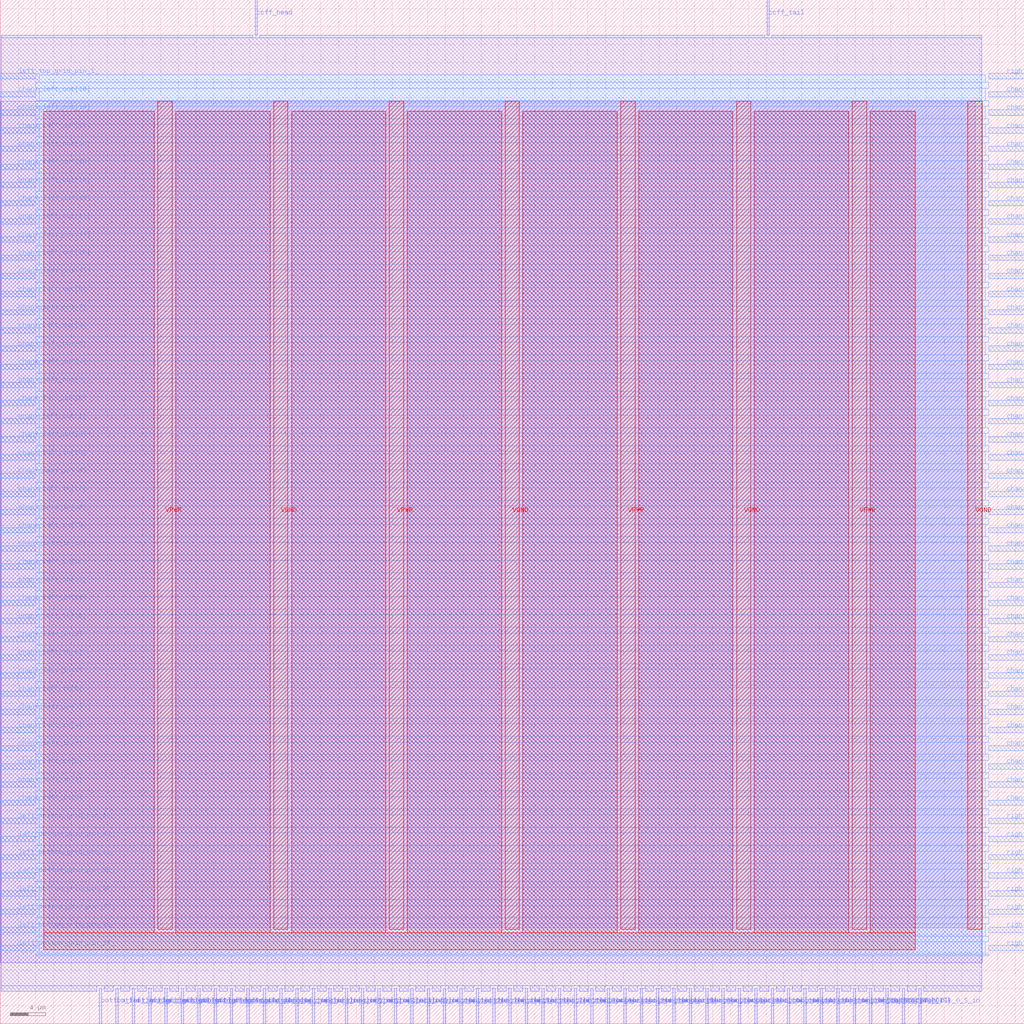
<source format=lef>
VERSION 5.7 ;
  NOWIREEXTENSIONATPIN ON ;
  DIVIDERCHAR "/" ;
  BUSBITCHARS "[]" ;
MACRO sb_1__2_
  CLASS BLOCK ;
  FOREIGN sb_1__2_ ;
  ORIGIN 0.000 0.000 ;
  SIZE 115.000 BY 115.000 ;
  PIN SC_IN_BOT
    DIRECTION INPUT ;
    USE SIGNAL ;
    PORT
      LAYER met2 ;
        RECT 99.450 0.000 99.730 4.000 ;
    END
  END SC_IN_BOT
  PIN SC_OUT_BOT
    DIRECTION OUTPUT TRISTATE ;
    USE SIGNAL ;
    PORT
      LAYER met2 ;
        RECT 101.290 0.000 101.570 4.000 ;
    END
  END SC_OUT_BOT
  PIN VGND
    DIRECTION INOUT ;
    USE GROUND ;
    PORT
      LAYER met4 ;
        RECT 30.710 10.640 32.310 103.600 ;
    END
    PORT
      LAYER met4 ;
        RECT 56.700 10.640 58.300 103.600 ;
    END
    PORT
      LAYER met4 ;
        RECT 82.690 10.640 84.290 103.600 ;
    END
    PORT
      LAYER met4 ;
        RECT 108.680 10.640 110.280 103.600 ;
    END
  END VGND
  PIN VPWR
    DIRECTION INOUT ;
    USE POWER ;
    PORT
      LAYER met4 ;
        RECT 17.715 10.640 19.315 103.600 ;
    END
    PORT
      LAYER met4 ;
        RECT 43.705 10.640 45.305 103.600 ;
    END
    PORT
      LAYER met4 ;
        RECT 69.695 10.640 71.295 103.600 ;
    END
    PORT
      LAYER met4 ;
        RECT 95.685 10.640 97.285 103.600 ;
    END
  END VPWR
  PIN bottom_left_grid_pin_42_
    DIRECTION INPUT ;
    USE SIGNAL ;
    PORT
      LAYER met2 ;
        RECT 11.130 0.000 11.410 4.000 ;
    END
  END bottom_left_grid_pin_42_
  PIN bottom_left_grid_pin_43_
    DIRECTION INPUT ;
    USE SIGNAL ;
    PORT
      LAYER met2 ;
        RECT 12.970 0.000 13.250 4.000 ;
    END
  END bottom_left_grid_pin_43_
  PIN bottom_left_grid_pin_44_
    DIRECTION INPUT ;
    USE SIGNAL ;
    PORT
      LAYER met2 ;
        RECT 14.810 0.000 15.090 4.000 ;
    END
  END bottom_left_grid_pin_44_
  PIN bottom_left_grid_pin_45_
    DIRECTION INPUT ;
    USE SIGNAL ;
    PORT
      LAYER met2 ;
        RECT 16.650 0.000 16.930 4.000 ;
    END
  END bottom_left_grid_pin_45_
  PIN bottom_left_grid_pin_46_
    DIRECTION INPUT ;
    USE SIGNAL ;
    PORT
      LAYER met2 ;
        RECT 18.490 0.000 18.770 4.000 ;
    END
  END bottom_left_grid_pin_46_
  PIN bottom_left_grid_pin_47_
    DIRECTION INPUT ;
    USE SIGNAL ;
    PORT
      LAYER met2 ;
        RECT 20.330 0.000 20.610 4.000 ;
    END
  END bottom_left_grid_pin_47_
  PIN bottom_left_grid_pin_48_
    DIRECTION INPUT ;
    USE SIGNAL ;
    PORT
      LAYER met2 ;
        RECT 22.170 0.000 22.450 4.000 ;
    END
  END bottom_left_grid_pin_48_
  PIN bottom_left_grid_pin_49_
    DIRECTION INPUT ;
    USE SIGNAL ;
    PORT
      LAYER met2 ;
        RECT 24.010 0.000 24.290 4.000 ;
    END
  END bottom_left_grid_pin_49_
  PIN ccff_head
    DIRECTION INPUT ;
    USE SIGNAL ;
    PORT
      LAYER met2 ;
        RECT 28.610 111.000 28.890 115.000 ;
    END
  END ccff_head
  PIN ccff_tail
    DIRECTION OUTPUT TRISTATE ;
    USE SIGNAL ;
    PORT
      LAYER met2 ;
        RECT 86.110 111.000 86.390 115.000 ;
    END
  END ccff_tail
  PIN chanx_left_in[0]
    DIRECTION INPUT ;
    USE SIGNAL ;
    PORT
      LAYER met3 ;
        RECT 0.000 24.520 4.000 25.120 ;
    END
  END chanx_left_in[0]
  PIN chanx_left_in[10]
    DIRECTION INPUT ;
    USE SIGNAL ;
    PORT
      LAYER met3 ;
        RECT 0.000 44.920 4.000 45.520 ;
    END
  END chanx_left_in[10]
  PIN chanx_left_in[11]
    DIRECTION INPUT ;
    USE SIGNAL ;
    PORT
      LAYER met3 ;
        RECT 0.000 46.960 4.000 47.560 ;
    END
  END chanx_left_in[11]
  PIN chanx_left_in[12]
    DIRECTION INPUT ;
    USE SIGNAL ;
    PORT
      LAYER met3 ;
        RECT 0.000 49.000 4.000 49.600 ;
    END
  END chanx_left_in[12]
  PIN chanx_left_in[13]
    DIRECTION INPUT ;
    USE SIGNAL ;
    PORT
      LAYER met3 ;
        RECT 0.000 51.040 4.000 51.640 ;
    END
  END chanx_left_in[13]
  PIN chanx_left_in[14]
    DIRECTION INPUT ;
    USE SIGNAL ;
    PORT
      LAYER met3 ;
        RECT 0.000 53.080 4.000 53.680 ;
    END
  END chanx_left_in[14]
  PIN chanx_left_in[15]
    DIRECTION INPUT ;
    USE SIGNAL ;
    PORT
      LAYER met3 ;
        RECT 0.000 55.120 4.000 55.720 ;
    END
  END chanx_left_in[15]
  PIN chanx_left_in[16]
    DIRECTION INPUT ;
    USE SIGNAL ;
    PORT
      LAYER met3 ;
        RECT 0.000 57.160 4.000 57.760 ;
    END
  END chanx_left_in[16]
  PIN chanx_left_in[17]
    DIRECTION INPUT ;
    USE SIGNAL ;
    PORT
      LAYER met3 ;
        RECT 0.000 59.200 4.000 59.800 ;
    END
  END chanx_left_in[17]
  PIN chanx_left_in[18]
    DIRECTION INPUT ;
    USE SIGNAL ;
    PORT
      LAYER met3 ;
        RECT 0.000 61.240 4.000 61.840 ;
    END
  END chanx_left_in[18]
  PIN chanx_left_in[19]
    DIRECTION INPUT ;
    USE SIGNAL ;
    PORT
      LAYER met3 ;
        RECT 0.000 63.280 4.000 63.880 ;
    END
  END chanx_left_in[19]
  PIN chanx_left_in[1]
    DIRECTION INPUT ;
    USE SIGNAL ;
    PORT
      LAYER met3 ;
        RECT 0.000 26.560 4.000 27.160 ;
    END
  END chanx_left_in[1]
  PIN chanx_left_in[2]
    DIRECTION INPUT ;
    USE SIGNAL ;
    PORT
      LAYER met3 ;
        RECT 0.000 28.600 4.000 29.200 ;
    END
  END chanx_left_in[2]
  PIN chanx_left_in[3]
    DIRECTION INPUT ;
    USE SIGNAL ;
    PORT
      LAYER met3 ;
        RECT 0.000 30.640 4.000 31.240 ;
    END
  END chanx_left_in[3]
  PIN chanx_left_in[4]
    DIRECTION INPUT ;
    USE SIGNAL ;
    PORT
      LAYER met3 ;
        RECT 0.000 32.680 4.000 33.280 ;
    END
  END chanx_left_in[4]
  PIN chanx_left_in[5]
    DIRECTION INPUT ;
    USE SIGNAL ;
    PORT
      LAYER met3 ;
        RECT 0.000 34.720 4.000 35.320 ;
    END
  END chanx_left_in[5]
  PIN chanx_left_in[6]
    DIRECTION INPUT ;
    USE SIGNAL ;
    PORT
      LAYER met3 ;
        RECT 0.000 36.760 4.000 37.360 ;
    END
  END chanx_left_in[6]
  PIN chanx_left_in[7]
    DIRECTION INPUT ;
    USE SIGNAL ;
    PORT
      LAYER met3 ;
        RECT 0.000 38.800 4.000 39.400 ;
    END
  END chanx_left_in[7]
  PIN chanx_left_in[8]
    DIRECTION INPUT ;
    USE SIGNAL ;
    PORT
      LAYER met3 ;
        RECT 0.000 40.840 4.000 41.440 ;
    END
  END chanx_left_in[8]
  PIN chanx_left_in[9]
    DIRECTION INPUT ;
    USE SIGNAL ;
    PORT
      LAYER met3 ;
        RECT 0.000 42.880 4.000 43.480 ;
    END
  END chanx_left_in[9]
  PIN chanx_left_out[0]
    DIRECTION OUTPUT TRISTATE ;
    USE SIGNAL ;
    PORT
      LAYER met3 ;
        RECT 0.000 65.320 4.000 65.920 ;
    END
  END chanx_left_out[0]
  PIN chanx_left_out[10]
    DIRECTION OUTPUT TRISTATE ;
    USE SIGNAL ;
    PORT
      LAYER met3 ;
        RECT 0.000 85.720 4.000 86.320 ;
    END
  END chanx_left_out[10]
  PIN chanx_left_out[11]
    DIRECTION OUTPUT TRISTATE ;
    USE SIGNAL ;
    PORT
      LAYER met3 ;
        RECT 0.000 87.760 4.000 88.360 ;
    END
  END chanx_left_out[11]
  PIN chanx_left_out[12]
    DIRECTION OUTPUT TRISTATE ;
    USE SIGNAL ;
    PORT
      LAYER met3 ;
        RECT 0.000 89.800 4.000 90.400 ;
    END
  END chanx_left_out[12]
  PIN chanx_left_out[13]
    DIRECTION OUTPUT TRISTATE ;
    USE SIGNAL ;
    PORT
      LAYER met3 ;
        RECT 0.000 91.840 4.000 92.440 ;
    END
  END chanx_left_out[13]
  PIN chanx_left_out[14]
    DIRECTION OUTPUT TRISTATE ;
    USE SIGNAL ;
    PORT
      LAYER met3 ;
        RECT 0.000 93.880 4.000 94.480 ;
    END
  END chanx_left_out[14]
  PIN chanx_left_out[15]
    DIRECTION OUTPUT TRISTATE ;
    USE SIGNAL ;
    PORT
      LAYER met3 ;
        RECT 0.000 95.920 4.000 96.520 ;
    END
  END chanx_left_out[15]
  PIN chanx_left_out[16]
    DIRECTION OUTPUT TRISTATE ;
    USE SIGNAL ;
    PORT
      LAYER met3 ;
        RECT 0.000 97.960 4.000 98.560 ;
    END
  END chanx_left_out[16]
  PIN chanx_left_out[17]
    DIRECTION OUTPUT TRISTATE ;
    USE SIGNAL ;
    PORT
      LAYER met3 ;
        RECT 0.000 100.000 4.000 100.600 ;
    END
  END chanx_left_out[17]
  PIN chanx_left_out[18]
    DIRECTION OUTPUT TRISTATE ;
    USE SIGNAL ;
    PORT
      LAYER met3 ;
        RECT 0.000 102.040 4.000 102.640 ;
    END
  END chanx_left_out[18]
  PIN chanx_left_out[19]
    DIRECTION OUTPUT TRISTATE ;
    USE SIGNAL ;
    PORT
      LAYER met3 ;
        RECT 0.000 104.080 4.000 104.680 ;
    END
  END chanx_left_out[19]
  PIN chanx_left_out[1]
    DIRECTION OUTPUT TRISTATE ;
    USE SIGNAL ;
    PORT
      LAYER met3 ;
        RECT 0.000 67.360 4.000 67.960 ;
    END
  END chanx_left_out[1]
  PIN chanx_left_out[2]
    DIRECTION OUTPUT TRISTATE ;
    USE SIGNAL ;
    PORT
      LAYER met3 ;
        RECT 0.000 69.400 4.000 70.000 ;
    END
  END chanx_left_out[2]
  PIN chanx_left_out[3]
    DIRECTION OUTPUT TRISTATE ;
    USE SIGNAL ;
    PORT
      LAYER met3 ;
        RECT 0.000 71.440 4.000 72.040 ;
    END
  END chanx_left_out[3]
  PIN chanx_left_out[4]
    DIRECTION OUTPUT TRISTATE ;
    USE SIGNAL ;
    PORT
      LAYER met3 ;
        RECT 0.000 73.480 4.000 74.080 ;
    END
  END chanx_left_out[4]
  PIN chanx_left_out[5]
    DIRECTION OUTPUT TRISTATE ;
    USE SIGNAL ;
    PORT
      LAYER met3 ;
        RECT 0.000 75.520 4.000 76.120 ;
    END
  END chanx_left_out[5]
  PIN chanx_left_out[6]
    DIRECTION OUTPUT TRISTATE ;
    USE SIGNAL ;
    PORT
      LAYER met3 ;
        RECT 0.000 77.560 4.000 78.160 ;
    END
  END chanx_left_out[6]
  PIN chanx_left_out[7]
    DIRECTION OUTPUT TRISTATE ;
    USE SIGNAL ;
    PORT
      LAYER met3 ;
        RECT 0.000 79.600 4.000 80.200 ;
    END
  END chanx_left_out[7]
  PIN chanx_left_out[8]
    DIRECTION OUTPUT TRISTATE ;
    USE SIGNAL ;
    PORT
      LAYER met3 ;
        RECT 0.000 81.640 4.000 82.240 ;
    END
  END chanx_left_out[8]
  PIN chanx_left_out[9]
    DIRECTION OUTPUT TRISTATE ;
    USE SIGNAL ;
    PORT
      LAYER met3 ;
        RECT 0.000 83.680 4.000 84.280 ;
    END
  END chanx_left_out[9]
  PIN chanx_right_in[0]
    DIRECTION INPUT ;
    USE SIGNAL ;
    PORT
      LAYER met3 ;
        RECT 111.000 24.520 115.000 25.120 ;
    END
  END chanx_right_in[0]
  PIN chanx_right_in[10]
    DIRECTION INPUT ;
    USE SIGNAL ;
    PORT
      LAYER met3 ;
        RECT 111.000 44.920 115.000 45.520 ;
    END
  END chanx_right_in[10]
  PIN chanx_right_in[11]
    DIRECTION INPUT ;
    USE SIGNAL ;
    PORT
      LAYER met3 ;
        RECT 111.000 46.960 115.000 47.560 ;
    END
  END chanx_right_in[11]
  PIN chanx_right_in[12]
    DIRECTION INPUT ;
    USE SIGNAL ;
    PORT
      LAYER met3 ;
        RECT 111.000 49.000 115.000 49.600 ;
    END
  END chanx_right_in[12]
  PIN chanx_right_in[13]
    DIRECTION INPUT ;
    USE SIGNAL ;
    PORT
      LAYER met3 ;
        RECT 111.000 51.040 115.000 51.640 ;
    END
  END chanx_right_in[13]
  PIN chanx_right_in[14]
    DIRECTION INPUT ;
    USE SIGNAL ;
    PORT
      LAYER met3 ;
        RECT 111.000 53.080 115.000 53.680 ;
    END
  END chanx_right_in[14]
  PIN chanx_right_in[15]
    DIRECTION INPUT ;
    USE SIGNAL ;
    PORT
      LAYER met3 ;
        RECT 111.000 55.120 115.000 55.720 ;
    END
  END chanx_right_in[15]
  PIN chanx_right_in[16]
    DIRECTION INPUT ;
    USE SIGNAL ;
    PORT
      LAYER met3 ;
        RECT 111.000 57.160 115.000 57.760 ;
    END
  END chanx_right_in[16]
  PIN chanx_right_in[17]
    DIRECTION INPUT ;
    USE SIGNAL ;
    PORT
      LAYER met3 ;
        RECT 111.000 59.200 115.000 59.800 ;
    END
  END chanx_right_in[17]
  PIN chanx_right_in[18]
    DIRECTION INPUT ;
    USE SIGNAL ;
    PORT
      LAYER met3 ;
        RECT 111.000 61.240 115.000 61.840 ;
    END
  END chanx_right_in[18]
  PIN chanx_right_in[19]
    DIRECTION INPUT ;
    USE SIGNAL ;
    PORT
      LAYER met3 ;
        RECT 111.000 63.280 115.000 63.880 ;
    END
  END chanx_right_in[19]
  PIN chanx_right_in[1]
    DIRECTION INPUT ;
    USE SIGNAL ;
    PORT
      LAYER met3 ;
        RECT 111.000 26.560 115.000 27.160 ;
    END
  END chanx_right_in[1]
  PIN chanx_right_in[2]
    DIRECTION INPUT ;
    USE SIGNAL ;
    PORT
      LAYER met3 ;
        RECT 111.000 28.600 115.000 29.200 ;
    END
  END chanx_right_in[2]
  PIN chanx_right_in[3]
    DIRECTION INPUT ;
    USE SIGNAL ;
    PORT
      LAYER met3 ;
        RECT 111.000 30.640 115.000 31.240 ;
    END
  END chanx_right_in[3]
  PIN chanx_right_in[4]
    DIRECTION INPUT ;
    USE SIGNAL ;
    PORT
      LAYER met3 ;
        RECT 111.000 32.680 115.000 33.280 ;
    END
  END chanx_right_in[4]
  PIN chanx_right_in[5]
    DIRECTION INPUT ;
    USE SIGNAL ;
    PORT
      LAYER met3 ;
        RECT 111.000 34.720 115.000 35.320 ;
    END
  END chanx_right_in[5]
  PIN chanx_right_in[6]
    DIRECTION INPUT ;
    USE SIGNAL ;
    PORT
      LAYER met3 ;
        RECT 111.000 36.760 115.000 37.360 ;
    END
  END chanx_right_in[6]
  PIN chanx_right_in[7]
    DIRECTION INPUT ;
    USE SIGNAL ;
    PORT
      LAYER met3 ;
        RECT 111.000 38.800 115.000 39.400 ;
    END
  END chanx_right_in[7]
  PIN chanx_right_in[8]
    DIRECTION INPUT ;
    USE SIGNAL ;
    PORT
      LAYER met3 ;
        RECT 111.000 40.840 115.000 41.440 ;
    END
  END chanx_right_in[8]
  PIN chanx_right_in[9]
    DIRECTION INPUT ;
    USE SIGNAL ;
    PORT
      LAYER met3 ;
        RECT 111.000 42.880 115.000 43.480 ;
    END
  END chanx_right_in[9]
  PIN chanx_right_out[0]
    DIRECTION OUTPUT TRISTATE ;
    USE SIGNAL ;
    PORT
      LAYER met3 ;
        RECT 111.000 65.320 115.000 65.920 ;
    END
  END chanx_right_out[0]
  PIN chanx_right_out[10]
    DIRECTION OUTPUT TRISTATE ;
    USE SIGNAL ;
    PORT
      LAYER met3 ;
        RECT 111.000 85.720 115.000 86.320 ;
    END
  END chanx_right_out[10]
  PIN chanx_right_out[11]
    DIRECTION OUTPUT TRISTATE ;
    USE SIGNAL ;
    PORT
      LAYER met3 ;
        RECT 111.000 87.760 115.000 88.360 ;
    END
  END chanx_right_out[11]
  PIN chanx_right_out[12]
    DIRECTION OUTPUT TRISTATE ;
    USE SIGNAL ;
    PORT
      LAYER met3 ;
        RECT 111.000 89.800 115.000 90.400 ;
    END
  END chanx_right_out[12]
  PIN chanx_right_out[13]
    DIRECTION OUTPUT TRISTATE ;
    USE SIGNAL ;
    PORT
      LAYER met3 ;
        RECT 111.000 91.840 115.000 92.440 ;
    END
  END chanx_right_out[13]
  PIN chanx_right_out[14]
    DIRECTION OUTPUT TRISTATE ;
    USE SIGNAL ;
    PORT
      LAYER met3 ;
        RECT 111.000 93.880 115.000 94.480 ;
    END
  END chanx_right_out[14]
  PIN chanx_right_out[15]
    DIRECTION OUTPUT TRISTATE ;
    USE SIGNAL ;
    PORT
      LAYER met3 ;
        RECT 111.000 95.920 115.000 96.520 ;
    END
  END chanx_right_out[15]
  PIN chanx_right_out[16]
    DIRECTION OUTPUT TRISTATE ;
    USE SIGNAL ;
    PORT
      LAYER met3 ;
        RECT 111.000 97.960 115.000 98.560 ;
    END
  END chanx_right_out[16]
  PIN chanx_right_out[17]
    DIRECTION OUTPUT TRISTATE ;
    USE SIGNAL ;
    PORT
      LAYER met3 ;
        RECT 111.000 100.000 115.000 100.600 ;
    END
  END chanx_right_out[17]
  PIN chanx_right_out[18]
    DIRECTION OUTPUT TRISTATE ;
    USE SIGNAL ;
    PORT
      LAYER met3 ;
        RECT 111.000 102.040 115.000 102.640 ;
    END
  END chanx_right_out[18]
  PIN chanx_right_out[19]
    DIRECTION OUTPUT TRISTATE ;
    USE SIGNAL ;
    PORT
      LAYER met3 ;
        RECT 111.000 104.080 115.000 104.680 ;
    END
  END chanx_right_out[19]
  PIN chanx_right_out[1]
    DIRECTION OUTPUT TRISTATE ;
    USE SIGNAL ;
    PORT
      LAYER met3 ;
        RECT 111.000 67.360 115.000 67.960 ;
    END
  END chanx_right_out[1]
  PIN chanx_right_out[2]
    DIRECTION OUTPUT TRISTATE ;
    USE SIGNAL ;
    PORT
      LAYER met3 ;
        RECT 111.000 69.400 115.000 70.000 ;
    END
  END chanx_right_out[2]
  PIN chanx_right_out[3]
    DIRECTION OUTPUT TRISTATE ;
    USE SIGNAL ;
    PORT
      LAYER met3 ;
        RECT 111.000 71.440 115.000 72.040 ;
    END
  END chanx_right_out[3]
  PIN chanx_right_out[4]
    DIRECTION OUTPUT TRISTATE ;
    USE SIGNAL ;
    PORT
      LAYER met3 ;
        RECT 111.000 73.480 115.000 74.080 ;
    END
  END chanx_right_out[4]
  PIN chanx_right_out[5]
    DIRECTION OUTPUT TRISTATE ;
    USE SIGNAL ;
    PORT
      LAYER met3 ;
        RECT 111.000 75.520 115.000 76.120 ;
    END
  END chanx_right_out[5]
  PIN chanx_right_out[6]
    DIRECTION OUTPUT TRISTATE ;
    USE SIGNAL ;
    PORT
      LAYER met3 ;
        RECT 111.000 77.560 115.000 78.160 ;
    END
  END chanx_right_out[6]
  PIN chanx_right_out[7]
    DIRECTION OUTPUT TRISTATE ;
    USE SIGNAL ;
    PORT
      LAYER met3 ;
        RECT 111.000 79.600 115.000 80.200 ;
    END
  END chanx_right_out[7]
  PIN chanx_right_out[8]
    DIRECTION OUTPUT TRISTATE ;
    USE SIGNAL ;
    PORT
      LAYER met3 ;
        RECT 111.000 81.640 115.000 82.240 ;
    END
  END chanx_right_out[8]
  PIN chanx_right_out[9]
    DIRECTION OUTPUT TRISTATE ;
    USE SIGNAL ;
    PORT
      LAYER met3 ;
        RECT 111.000 83.680 115.000 84.280 ;
    END
  END chanx_right_out[9]
  PIN chany_bottom_in[0]
    DIRECTION INPUT ;
    USE SIGNAL ;
    PORT
      LAYER met2 ;
        RECT 25.850 0.000 26.130 4.000 ;
    END
  END chany_bottom_in[0]
  PIN chany_bottom_in[10]
    DIRECTION INPUT ;
    USE SIGNAL ;
    PORT
      LAYER met2 ;
        RECT 44.250 0.000 44.530 4.000 ;
    END
  END chany_bottom_in[10]
  PIN chany_bottom_in[11]
    DIRECTION INPUT ;
    USE SIGNAL ;
    PORT
      LAYER met2 ;
        RECT 46.090 0.000 46.370 4.000 ;
    END
  END chany_bottom_in[11]
  PIN chany_bottom_in[12]
    DIRECTION INPUT ;
    USE SIGNAL ;
    PORT
      LAYER met2 ;
        RECT 47.930 0.000 48.210 4.000 ;
    END
  END chany_bottom_in[12]
  PIN chany_bottom_in[13]
    DIRECTION INPUT ;
    USE SIGNAL ;
    PORT
      LAYER met2 ;
        RECT 49.770 0.000 50.050 4.000 ;
    END
  END chany_bottom_in[13]
  PIN chany_bottom_in[14]
    DIRECTION INPUT ;
    USE SIGNAL ;
    PORT
      LAYER met2 ;
        RECT 51.610 0.000 51.890 4.000 ;
    END
  END chany_bottom_in[14]
  PIN chany_bottom_in[15]
    DIRECTION INPUT ;
    USE SIGNAL ;
    PORT
      LAYER met2 ;
        RECT 53.450 0.000 53.730 4.000 ;
    END
  END chany_bottom_in[15]
  PIN chany_bottom_in[16]
    DIRECTION INPUT ;
    USE SIGNAL ;
    PORT
      LAYER met2 ;
        RECT 55.290 0.000 55.570 4.000 ;
    END
  END chany_bottom_in[16]
  PIN chany_bottom_in[17]
    DIRECTION INPUT ;
    USE SIGNAL ;
    PORT
      LAYER met2 ;
        RECT 57.130 0.000 57.410 4.000 ;
    END
  END chany_bottom_in[17]
  PIN chany_bottom_in[18]
    DIRECTION INPUT ;
    USE SIGNAL ;
    PORT
      LAYER met2 ;
        RECT 58.970 0.000 59.250 4.000 ;
    END
  END chany_bottom_in[18]
  PIN chany_bottom_in[19]
    DIRECTION INPUT ;
    USE SIGNAL ;
    PORT
      LAYER met2 ;
        RECT 60.810 0.000 61.090 4.000 ;
    END
  END chany_bottom_in[19]
  PIN chany_bottom_in[1]
    DIRECTION INPUT ;
    USE SIGNAL ;
    PORT
      LAYER met2 ;
        RECT 27.690 0.000 27.970 4.000 ;
    END
  END chany_bottom_in[1]
  PIN chany_bottom_in[2]
    DIRECTION INPUT ;
    USE SIGNAL ;
    PORT
      LAYER met2 ;
        RECT 29.530 0.000 29.810 4.000 ;
    END
  END chany_bottom_in[2]
  PIN chany_bottom_in[3]
    DIRECTION INPUT ;
    USE SIGNAL ;
    PORT
      LAYER met2 ;
        RECT 31.370 0.000 31.650 4.000 ;
    END
  END chany_bottom_in[3]
  PIN chany_bottom_in[4]
    DIRECTION INPUT ;
    USE SIGNAL ;
    PORT
      LAYER met2 ;
        RECT 33.210 0.000 33.490 4.000 ;
    END
  END chany_bottom_in[4]
  PIN chany_bottom_in[5]
    DIRECTION INPUT ;
    USE SIGNAL ;
    PORT
      LAYER met2 ;
        RECT 35.050 0.000 35.330 4.000 ;
    END
  END chany_bottom_in[5]
  PIN chany_bottom_in[6]
    DIRECTION INPUT ;
    USE SIGNAL ;
    PORT
      LAYER met2 ;
        RECT 36.890 0.000 37.170 4.000 ;
    END
  END chany_bottom_in[6]
  PIN chany_bottom_in[7]
    DIRECTION INPUT ;
    USE SIGNAL ;
    PORT
      LAYER met2 ;
        RECT 38.730 0.000 39.010 4.000 ;
    END
  END chany_bottom_in[7]
  PIN chany_bottom_in[8]
    DIRECTION INPUT ;
    USE SIGNAL ;
    PORT
      LAYER met2 ;
        RECT 40.570 0.000 40.850 4.000 ;
    END
  END chany_bottom_in[8]
  PIN chany_bottom_in[9]
    DIRECTION INPUT ;
    USE SIGNAL ;
    PORT
      LAYER met2 ;
        RECT 42.410 0.000 42.690 4.000 ;
    END
  END chany_bottom_in[9]
  PIN chany_bottom_out[0]
    DIRECTION OUTPUT TRISTATE ;
    USE SIGNAL ;
    PORT
      LAYER met2 ;
        RECT 62.650 0.000 62.930 4.000 ;
    END
  END chany_bottom_out[0]
  PIN chany_bottom_out[10]
    DIRECTION OUTPUT TRISTATE ;
    USE SIGNAL ;
    PORT
      LAYER met2 ;
        RECT 81.050 0.000 81.330 4.000 ;
    END
  END chany_bottom_out[10]
  PIN chany_bottom_out[11]
    DIRECTION OUTPUT TRISTATE ;
    USE SIGNAL ;
    PORT
      LAYER met2 ;
        RECT 82.890 0.000 83.170 4.000 ;
    END
  END chany_bottom_out[11]
  PIN chany_bottom_out[12]
    DIRECTION OUTPUT TRISTATE ;
    USE SIGNAL ;
    PORT
      LAYER met2 ;
        RECT 84.730 0.000 85.010 4.000 ;
    END
  END chany_bottom_out[12]
  PIN chany_bottom_out[13]
    DIRECTION OUTPUT TRISTATE ;
    USE SIGNAL ;
    PORT
      LAYER met2 ;
        RECT 86.570 0.000 86.850 4.000 ;
    END
  END chany_bottom_out[13]
  PIN chany_bottom_out[14]
    DIRECTION OUTPUT TRISTATE ;
    USE SIGNAL ;
    PORT
      LAYER met2 ;
        RECT 88.410 0.000 88.690 4.000 ;
    END
  END chany_bottom_out[14]
  PIN chany_bottom_out[15]
    DIRECTION OUTPUT TRISTATE ;
    USE SIGNAL ;
    PORT
      LAYER met2 ;
        RECT 90.250 0.000 90.530 4.000 ;
    END
  END chany_bottom_out[15]
  PIN chany_bottom_out[16]
    DIRECTION OUTPUT TRISTATE ;
    USE SIGNAL ;
    PORT
      LAYER met2 ;
        RECT 92.090 0.000 92.370 4.000 ;
    END
  END chany_bottom_out[16]
  PIN chany_bottom_out[17]
    DIRECTION OUTPUT TRISTATE ;
    USE SIGNAL ;
    PORT
      LAYER met2 ;
        RECT 93.930 0.000 94.210 4.000 ;
    END
  END chany_bottom_out[17]
  PIN chany_bottom_out[18]
    DIRECTION OUTPUT TRISTATE ;
    USE SIGNAL ;
    PORT
      LAYER met2 ;
        RECT 95.770 0.000 96.050 4.000 ;
    END
  END chany_bottom_out[18]
  PIN chany_bottom_out[19]
    DIRECTION OUTPUT TRISTATE ;
    USE SIGNAL ;
    PORT
      LAYER met2 ;
        RECT 97.610 0.000 97.890 4.000 ;
    END
  END chany_bottom_out[19]
  PIN chany_bottom_out[1]
    DIRECTION OUTPUT TRISTATE ;
    USE SIGNAL ;
    PORT
      LAYER met2 ;
        RECT 64.490 0.000 64.770 4.000 ;
    END
  END chany_bottom_out[1]
  PIN chany_bottom_out[2]
    DIRECTION OUTPUT TRISTATE ;
    USE SIGNAL ;
    PORT
      LAYER met2 ;
        RECT 66.330 0.000 66.610 4.000 ;
    END
  END chany_bottom_out[2]
  PIN chany_bottom_out[3]
    DIRECTION OUTPUT TRISTATE ;
    USE SIGNAL ;
    PORT
      LAYER met2 ;
        RECT 68.170 0.000 68.450 4.000 ;
    END
  END chany_bottom_out[3]
  PIN chany_bottom_out[4]
    DIRECTION OUTPUT TRISTATE ;
    USE SIGNAL ;
    PORT
      LAYER met2 ;
        RECT 70.010 0.000 70.290 4.000 ;
    END
  END chany_bottom_out[4]
  PIN chany_bottom_out[5]
    DIRECTION OUTPUT TRISTATE ;
    USE SIGNAL ;
    PORT
      LAYER met2 ;
        RECT 71.850 0.000 72.130 4.000 ;
    END
  END chany_bottom_out[5]
  PIN chany_bottom_out[6]
    DIRECTION OUTPUT TRISTATE ;
    USE SIGNAL ;
    PORT
      LAYER met2 ;
        RECT 73.690 0.000 73.970 4.000 ;
    END
  END chany_bottom_out[6]
  PIN chany_bottom_out[7]
    DIRECTION OUTPUT TRISTATE ;
    USE SIGNAL ;
    PORT
      LAYER met2 ;
        RECT 75.530 0.000 75.810 4.000 ;
    END
  END chany_bottom_out[7]
  PIN chany_bottom_out[8]
    DIRECTION OUTPUT TRISTATE ;
    USE SIGNAL ;
    PORT
      LAYER met2 ;
        RECT 77.370 0.000 77.650 4.000 ;
    END
  END chany_bottom_out[8]
  PIN chany_bottom_out[9]
    DIRECTION OUTPUT TRISTATE ;
    USE SIGNAL ;
    PORT
      LAYER met2 ;
        RECT 79.210 0.000 79.490 4.000 ;
    END
  END chany_bottom_out[9]
  PIN left_bottom_grid_pin_34_
    DIRECTION INPUT ;
    USE SIGNAL ;
    PORT
      LAYER met3 ;
        RECT 0.000 8.200 4.000 8.800 ;
    END
  END left_bottom_grid_pin_34_
  PIN left_bottom_grid_pin_35_
    DIRECTION INPUT ;
    USE SIGNAL ;
    PORT
      LAYER met3 ;
        RECT 0.000 10.240 4.000 10.840 ;
    END
  END left_bottom_grid_pin_35_
  PIN left_bottom_grid_pin_36_
    DIRECTION INPUT ;
    USE SIGNAL ;
    PORT
      LAYER met3 ;
        RECT 0.000 12.280 4.000 12.880 ;
    END
  END left_bottom_grid_pin_36_
  PIN left_bottom_grid_pin_37_
    DIRECTION INPUT ;
    USE SIGNAL ;
    PORT
      LAYER met3 ;
        RECT 0.000 14.320 4.000 14.920 ;
    END
  END left_bottom_grid_pin_37_
  PIN left_bottom_grid_pin_38_
    DIRECTION INPUT ;
    USE SIGNAL ;
    PORT
      LAYER met3 ;
        RECT 0.000 16.360 4.000 16.960 ;
    END
  END left_bottom_grid_pin_38_
  PIN left_bottom_grid_pin_39_
    DIRECTION INPUT ;
    USE SIGNAL ;
    PORT
      LAYER met3 ;
        RECT 0.000 18.400 4.000 19.000 ;
    END
  END left_bottom_grid_pin_39_
  PIN left_bottom_grid_pin_40_
    DIRECTION INPUT ;
    USE SIGNAL ;
    PORT
      LAYER met3 ;
        RECT 0.000 20.440 4.000 21.040 ;
    END
  END left_bottom_grid_pin_40_
  PIN left_bottom_grid_pin_41_
    DIRECTION INPUT ;
    USE SIGNAL ;
    PORT
      LAYER met3 ;
        RECT 0.000 22.480 4.000 23.080 ;
    END
  END left_bottom_grid_pin_41_
  PIN left_top_grid_pin_1_
    DIRECTION INPUT ;
    USE SIGNAL ;
    PORT
      LAYER met3 ;
        RECT 0.000 106.120 4.000 106.720 ;
    END
  END left_top_grid_pin_1_
  PIN prog_clk_0_S_in
    DIRECTION INPUT ;
    USE SIGNAL ;
    PORT
      LAYER met2 ;
        RECT 103.130 0.000 103.410 4.000 ;
    END
  END prog_clk_0_S_in
  PIN right_bottom_grid_pin_34_
    DIRECTION INPUT ;
    USE SIGNAL ;
    PORT
      LAYER met3 ;
        RECT 111.000 8.200 115.000 8.800 ;
    END
  END right_bottom_grid_pin_34_
  PIN right_bottom_grid_pin_35_
    DIRECTION INPUT ;
    USE SIGNAL ;
    PORT
      LAYER met3 ;
        RECT 111.000 10.240 115.000 10.840 ;
    END
  END right_bottom_grid_pin_35_
  PIN right_bottom_grid_pin_36_
    DIRECTION INPUT ;
    USE SIGNAL ;
    PORT
      LAYER met3 ;
        RECT 111.000 12.280 115.000 12.880 ;
    END
  END right_bottom_grid_pin_36_
  PIN right_bottom_grid_pin_37_
    DIRECTION INPUT ;
    USE SIGNAL ;
    PORT
      LAYER met3 ;
        RECT 111.000 14.320 115.000 14.920 ;
    END
  END right_bottom_grid_pin_37_
  PIN right_bottom_grid_pin_38_
    DIRECTION INPUT ;
    USE SIGNAL ;
    PORT
      LAYER met3 ;
        RECT 111.000 16.360 115.000 16.960 ;
    END
  END right_bottom_grid_pin_38_
  PIN right_bottom_grid_pin_39_
    DIRECTION INPUT ;
    USE SIGNAL ;
    PORT
      LAYER met3 ;
        RECT 111.000 18.400 115.000 19.000 ;
    END
  END right_bottom_grid_pin_39_
  PIN right_bottom_grid_pin_40_
    DIRECTION INPUT ;
    USE SIGNAL ;
    PORT
      LAYER met3 ;
        RECT 111.000 20.440 115.000 21.040 ;
    END
  END right_bottom_grid_pin_40_
  PIN right_bottom_grid_pin_41_
    DIRECTION INPUT ;
    USE SIGNAL ;
    PORT
      LAYER met3 ;
        RECT 111.000 22.480 115.000 23.080 ;
    END
  END right_bottom_grid_pin_41_
  PIN right_top_grid_pin_1_
    DIRECTION INPUT ;
    USE SIGNAL ;
    PORT
      LAYER met3 ;
        RECT 111.000 106.120 115.000 106.720 ;
    END
  END right_top_grid_pin_1_
  OBS
      LAYER li1 ;
        RECT 5.520 10.795 109.480 103.445 ;
      LAYER met1 ;
        RECT 0.070 6.840 110.280 103.600 ;
      LAYER met2 ;
        RECT 0.100 110.720 28.330 111.000 ;
        RECT 29.170 110.720 85.830 111.000 ;
        RECT 86.670 110.720 110.250 111.000 ;
        RECT 0.100 4.280 110.250 110.720 ;
        RECT 0.100 3.670 10.850 4.280 ;
        RECT 11.690 3.670 12.690 4.280 ;
        RECT 13.530 3.670 14.530 4.280 ;
        RECT 15.370 3.670 16.370 4.280 ;
        RECT 17.210 3.670 18.210 4.280 ;
        RECT 19.050 3.670 20.050 4.280 ;
        RECT 20.890 3.670 21.890 4.280 ;
        RECT 22.730 3.670 23.730 4.280 ;
        RECT 24.570 3.670 25.570 4.280 ;
        RECT 26.410 3.670 27.410 4.280 ;
        RECT 28.250 3.670 29.250 4.280 ;
        RECT 30.090 3.670 31.090 4.280 ;
        RECT 31.930 3.670 32.930 4.280 ;
        RECT 33.770 3.670 34.770 4.280 ;
        RECT 35.610 3.670 36.610 4.280 ;
        RECT 37.450 3.670 38.450 4.280 ;
        RECT 39.290 3.670 40.290 4.280 ;
        RECT 41.130 3.670 42.130 4.280 ;
        RECT 42.970 3.670 43.970 4.280 ;
        RECT 44.810 3.670 45.810 4.280 ;
        RECT 46.650 3.670 47.650 4.280 ;
        RECT 48.490 3.670 49.490 4.280 ;
        RECT 50.330 3.670 51.330 4.280 ;
        RECT 52.170 3.670 53.170 4.280 ;
        RECT 54.010 3.670 55.010 4.280 ;
        RECT 55.850 3.670 56.850 4.280 ;
        RECT 57.690 3.670 58.690 4.280 ;
        RECT 59.530 3.670 60.530 4.280 ;
        RECT 61.370 3.670 62.370 4.280 ;
        RECT 63.210 3.670 64.210 4.280 ;
        RECT 65.050 3.670 66.050 4.280 ;
        RECT 66.890 3.670 67.890 4.280 ;
        RECT 68.730 3.670 69.730 4.280 ;
        RECT 70.570 3.670 71.570 4.280 ;
        RECT 72.410 3.670 73.410 4.280 ;
        RECT 74.250 3.670 75.250 4.280 ;
        RECT 76.090 3.670 77.090 4.280 ;
        RECT 77.930 3.670 78.930 4.280 ;
        RECT 79.770 3.670 80.770 4.280 ;
        RECT 81.610 3.670 82.610 4.280 ;
        RECT 83.450 3.670 84.450 4.280 ;
        RECT 85.290 3.670 86.290 4.280 ;
        RECT 87.130 3.670 88.130 4.280 ;
        RECT 88.970 3.670 89.970 4.280 ;
        RECT 90.810 3.670 91.810 4.280 ;
        RECT 92.650 3.670 93.650 4.280 ;
        RECT 94.490 3.670 95.490 4.280 ;
        RECT 96.330 3.670 97.330 4.280 ;
        RECT 98.170 3.670 99.170 4.280 ;
        RECT 100.010 3.670 101.010 4.280 ;
        RECT 101.850 3.670 102.850 4.280 ;
        RECT 103.690 3.670 110.250 4.280 ;
      LAYER met3 ;
        RECT 4.400 105.720 110.600 106.585 ;
        RECT 4.000 105.080 111.010 105.720 ;
        RECT 4.400 103.680 110.600 105.080 ;
        RECT 4.000 103.040 111.010 103.680 ;
        RECT 4.400 101.640 110.600 103.040 ;
        RECT 4.000 101.000 111.010 101.640 ;
        RECT 4.400 99.600 110.600 101.000 ;
        RECT 4.000 98.960 111.010 99.600 ;
        RECT 4.400 97.560 110.600 98.960 ;
        RECT 4.000 96.920 111.010 97.560 ;
        RECT 4.400 95.520 110.600 96.920 ;
        RECT 4.000 94.880 111.010 95.520 ;
        RECT 4.400 93.480 110.600 94.880 ;
        RECT 4.000 92.840 111.010 93.480 ;
        RECT 4.400 91.440 110.600 92.840 ;
        RECT 4.000 90.800 111.010 91.440 ;
        RECT 4.400 89.400 110.600 90.800 ;
        RECT 4.000 88.760 111.010 89.400 ;
        RECT 4.400 87.360 110.600 88.760 ;
        RECT 4.000 86.720 111.010 87.360 ;
        RECT 4.400 85.320 110.600 86.720 ;
        RECT 4.000 84.680 111.010 85.320 ;
        RECT 4.400 83.280 110.600 84.680 ;
        RECT 4.000 82.640 111.010 83.280 ;
        RECT 4.400 81.240 110.600 82.640 ;
        RECT 4.000 80.600 111.010 81.240 ;
        RECT 4.400 79.200 110.600 80.600 ;
        RECT 4.000 78.560 111.010 79.200 ;
        RECT 4.400 77.160 110.600 78.560 ;
        RECT 4.000 76.520 111.010 77.160 ;
        RECT 4.400 75.120 110.600 76.520 ;
        RECT 4.000 74.480 111.010 75.120 ;
        RECT 4.400 73.080 110.600 74.480 ;
        RECT 4.000 72.440 111.010 73.080 ;
        RECT 4.400 71.040 110.600 72.440 ;
        RECT 4.000 70.400 111.010 71.040 ;
        RECT 4.400 69.000 110.600 70.400 ;
        RECT 4.000 68.360 111.010 69.000 ;
        RECT 4.400 66.960 110.600 68.360 ;
        RECT 4.000 66.320 111.010 66.960 ;
        RECT 4.400 64.920 110.600 66.320 ;
        RECT 4.000 64.280 111.010 64.920 ;
        RECT 4.400 62.880 110.600 64.280 ;
        RECT 4.000 62.240 111.010 62.880 ;
        RECT 4.400 60.840 110.600 62.240 ;
        RECT 4.000 60.200 111.010 60.840 ;
        RECT 4.400 58.800 110.600 60.200 ;
        RECT 4.000 58.160 111.010 58.800 ;
        RECT 4.400 56.760 110.600 58.160 ;
        RECT 4.000 56.120 111.010 56.760 ;
        RECT 4.400 54.720 110.600 56.120 ;
        RECT 4.000 54.080 111.010 54.720 ;
        RECT 4.400 52.680 110.600 54.080 ;
        RECT 4.000 52.040 111.010 52.680 ;
        RECT 4.400 50.640 110.600 52.040 ;
        RECT 4.000 50.000 111.010 50.640 ;
        RECT 4.400 48.600 110.600 50.000 ;
        RECT 4.000 47.960 111.010 48.600 ;
        RECT 4.400 46.560 110.600 47.960 ;
        RECT 4.000 45.920 111.010 46.560 ;
        RECT 4.400 44.520 110.600 45.920 ;
        RECT 4.000 43.880 111.010 44.520 ;
        RECT 4.400 42.480 110.600 43.880 ;
        RECT 4.000 41.840 111.010 42.480 ;
        RECT 4.400 40.440 110.600 41.840 ;
        RECT 4.000 39.800 111.010 40.440 ;
        RECT 4.400 38.400 110.600 39.800 ;
        RECT 4.000 37.760 111.010 38.400 ;
        RECT 4.400 36.360 110.600 37.760 ;
        RECT 4.000 35.720 111.010 36.360 ;
        RECT 4.400 34.320 110.600 35.720 ;
        RECT 4.000 33.680 111.010 34.320 ;
        RECT 4.400 32.280 110.600 33.680 ;
        RECT 4.000 31.640 111.010 32.280 ;
        RECT 4.400 30.240 110.600 31.640 ;
        RECT 4.000 29.600 111.010 30.240 ;
        RECT 4.400 28.200 110.600 29.600 ;
        RECT 4.000 27.560 111.010 28.200 ;
        RECT 4.400 26.160 110.600 27.560 ;
        RECT 4.000 25.520 111.010 26.160 ;
        RECT 4.400 24.120 110.600 25.520 ;
        RECT 4.000 23.480 111.010 24.120 ;
        RECT 4.400 22.080 110.600 23.480 ;
        RECT 4.000 21.440 111.010 22.080 ;
        RECT 4.400 20.040 110.600 21.440 ;
        RECT 4.000 19.400 111.010 20.040 ;
        RECT 4.400 18.000 110.600 19.400 ;
        RECT 4.000 17.360 111.010 18.000 ;
        RECT 4.400 15.960 110.600 17.360 ;
        RECT 4.000 15.320 111.010 15.960 ;
        RECT 4.400 13.920 110.600 15.320 ;
        RECT 4.000 13.280 111.010 13.920 ;
        RECT 4.400 11.880 110.600 13.280 ;
        RECT 4.000 11.240 111.010 11.880 ;
        RECT 4.400 9.840 110.600 11.240 ;
        RECT 4.000 9.200 111.010 9.840 ;
        RECT 4.400 7.800 110.600 9.200 ;
        RECT 4.000 7.655 111.010 7.800 ;
      LAYER met4 ;
        RECT 4.895 10.240 17.315 102.505 ;
        RECT 19.715 10.240 30.310 102.505 ;
        RECT 32.710 10.240 43.305 102.505 ;
        RECT 45.705 10.240 56.300 102.505 ;
        RECT 58.700 10.240 69.295 102.505 ;
        RECT 71.695 10.240 82.290 102.505 ;
        RECT 84.690 10.240 95.285 102.505 ;
        RECT 97.685 10.240 102.745 102.505 ;
        RECT 4.895 8.335 102.745 10.240 ;
  END
END sb_1__2_
END LIBRARY


</source>
